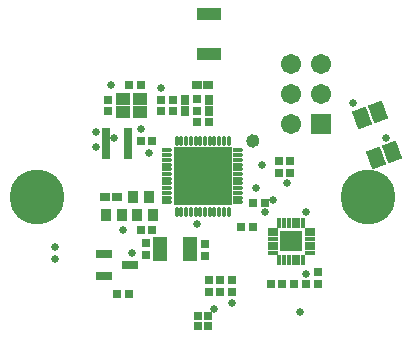
<source format=gbr>
%TF.GenerationSoftware,Altium Limited,Altium Designer,18.0.11 (651)*%
G04 Layer_Color=8388736*
%FSLAX43Y43*%
%MOMM*%
%TF.FileFunction,Soldermask,Top*%
%TF.Part,Single*%
G01*
G75*
%TA.AperFunction,ComponentPad*%
%ADD48C,4.648*%
%ADD49R,1.703X1.703*%
%ADD50C,1.703*%
%TA.AperFunction,ViaPad*%
%ADD51C,0.653*%
%ADD52C,0.863*%
%TA.AperFunction,NonConductor*%
%ADD59C,0.610*%
%TA.AperFunction,SMDPad,CuDef*%
G04:AMPARAMS|DCode=60|XSize=1.603mm|YSize=1.253mm|CornerRadius=0mm|HoleSize=0mm|Usage=FLASHONLY|Rotation=110.000|XOffset=0mm|YOffset=0mm|HoleType=Round|Shape=Rectangle|*
%AMROTATEDRECTD60*
4,1,4,0.863,-0.539,-0.315,-0.968,-0.863,0.539,0.315,0.968,0.863,-0.539,0.0*
%
%ADD60ROTATEDRECTD60*%

%ADD61R,4.903X4.903*%
%ADD62O,0.853X0.403*%
%ADD63O,0.403X0.853*%
%ADD64R,0.803X0.703*%
%ADD65R,0.803X0.753*%
%TA.AperFunction,BGAPad,CuDef*%
%ADD66R,0.653X0.653*%
%TA.AperFunction,SMDPad,CuDef*%
%ADD67R,1.153X1.053*%
%ADD68R,0.703X0.803*%
%ADD69R,0.853X0.703*%
%ADD70R,0.703X0.853*%
%ADD71C,0.403*%
%ADD72R,0.953X1.003*%
%ADD73R,1.203X2.003*%
%ADD74R,1.353X0.803*%
%ADD75R,0.753X0.803*%
%ADD76R,0.653X0.653*%
%ADD77R,1.903X1.743*%
%ADD78O,0.403X0.903*%
%ADD79O,0.903X0.403*%
%TA.AperFunction,ConnectorPad*%
%ADD80R,2.053X1.003*%
D48*
X14000Y0D02*
D03*
X-14000D02*
D03*
D49*
X10000Y6210D02*
D03*
D50*
X10000Y8750D02*
D03*
Y11290D02*
D03*
X7460Y6210D02*
D03*
X7460Y8750D02*
D03*
X7460Y11290D02*
D03*
D51*
X-500Y-2250D02*
D03*
X-5250Y5750D02*
D03*
X-6750Y-2750D02*
D03*
X-6000Y-4750D02*
D03*
X8250Y-9750D02*
D03*
X-7750Y9500D02*
D03*
X-3500Y9250D02*
D03*
X5250Y-1250D02*
D03*
X8750D02*
D03*
X6000Y-250D02*
D03*
X4500Y750D02*
D03*
X8750Y-6500D02*
D03*
X15500Y5000D02*
D03*
X-7500D02*
D03*
X12750Y8000D02*
D03*
X-9000Y5500D02*
D03*
X5000Y2750D02*
D03*
X7151Y1151D02*
D03*
X2500Y-9000D02*
D03*
X1000Y-9500D02*
D03*
X-9000Y4250D02*
D03*
X-4500Y3750D02*
D03*
X-12500Y-4250D02*
D03*
Y-5250D02*
D03*
D52*
X1800Y3550D02*
D03*
Y2350D02*
D03*
Y1150D02*
D03*
Y-50D02*
D03*
X600Y3550D02*
D03*
Y2350D02*
D03*
Y1150D02*
D03*
Y-50D02*
D03*
X-600Y3550D02*
D03*
Y2350D02*
D03*
Y1150D02*
D03*
Y-50D02*
D03*
X-1800Y3550D02*
D03*
Y2350D02*
D03*
Y1150D02*
D03*
Y-50D02*
D03*
D59*
X4529Y4753D02*
G03*
X4529Y4753I-279J0D01*
G01*
D60*
X16047Y3825D02*
D03*
X14684Y3329D02*
D03*
X13453Y6712D02*
D03*
X14816Y7208D02*
D03*
D61*
X0Y1750D02*
D03*
D62*
X-3025Y-450D02*
D03*
Y-50D02*
D03*
Y350D02*
D03*
Y750D02*
D03*
Y1150D02*
D03*
Y1550D02*
D03*
Y1950D02*
D03*
Y2350D02*
D03*
Y2750D02*
D03*
Y3150D02*
D03*
Y3550D02*
D03*
Y3950D02*
D03*
X3025D02*
D03*
Y3550D02*
D03*
Y3150D02*
D03*
Y2750D02*
D03*
Y2350D02*
D03*
Y1950D02*
D03*
Y1550D02*
D03*
Y1150D02*
D03*
Y750D02*
D03*
Y350D02*
D03*
Y-50D02*
D03*
Y-450D02*
D03*
D63*
X-2200Y4775D02*
D03*
X-1800D02*
D03*
X-1400D02*
D03*
X-1000D02*
D03*
X-600D02*
D03*
X-200D02*
D03*
X200D02*
D03*
X600D02*
D03*
X1000D02*
D03*
X1400D02*
D03*
X1800D02*
D03*
X2200D02*
D03*
Y-1275D02*
D03*
X1800D02*
D03*
X1400D02*
D03*
X1000D02*
D03*
X600D02*
D03*
X200D02*
D03*
X-200D02*
D03*
X-600D02*
D03*
X-1000D02*
D03*
X-1400D02*
D03*
X-1800D02*
D03*
X-2200D02*
D03*
D64*
X4250Y-500D02*
D03*
X5250D02*
D03*
X-4250Y4750D02*
D03*
X-5250D02*
D03*
Y9500D02*
D03*
X-6250D02*
D03*
X-4250Y-2750D02*
D03*
X-5250D02*
D03*
X8750Y-7402D02*
D03*
X7750D02*
D03*
X6750D02*
D03*
X5750D02*
D03*
X500Y6377D02*
D03*
X-500D02*
D03*
D65*
X3250Y-2500D02*
D03*
X4250D02*
D03*
X-7250Y-8250D02*
D03*
X-6250D02*
D03*
D66*
X-6310Y3525D02*
D03*
Y4175D02*
D03*
Y4825D02*
D03*
Y5475D02*
D03*
X-8190Y3525D02*
D03*
Y4175D02*
D03*
Y4825D02*
D03*
Y5475D02*
D03*
D67*
X-6725Y7175D02*
D03*
Y8325D02*
D03*
X-5275D02*
D03*
Y7175D02*
D03*
D68*
X-8000Y7250D02*
D03*
Y8250D02*
D03*
X-500Y7279D02*
D03*
Y8279D02*
D03*
X-2500Y8250D02*
D03*
Y7250D02*
D03*
X-3500Y7250D02*
D03*
Y8250D02*
D03*
X-4823Y-3877D02*
D03*
Y-4877D02*
D03*
X177Y-4000D02*
D03*
Y-5000D02*
D03*
X9750Y-7351D02*
D03*
Y-6351D02*
D03*
D69*
X475Y9500D02*
D03*
X-475D02*
D03*
X-8225Y0D02*
D03*
X-7275D02*
D03*
D70*
X-1500Y8225D02*
D03*
Y7275D02*
D03*
X500Y8254D02*
D03*
Y7304D02*
D03*
D71*
X4250Y5062D02*
D03*
Y4438D02*
D03*
D72*
X-5925Y0D02*
D03*
X-4575D02*
D03*
X-4226Y-1500D02*
D03*
X-5576D02*
D03*
X-6825D02*
D03*
X-8175D02*
D03*
D73*
X-3573Y-4402D02*
D03*
X-1073D02*
D03*
D74*
X-8375Y-4800D02*
D03*
Y-6700D02*
D03*
X-6125Y-5750D02*
D03*
D75*
X500Y-7000D02*
D03*
Y-8000D02*
D03*
X1500Y-7000D02*
D03*
Y-8000D02*
D03*
X2500Y-7000D02*
D03*
Y-8000D02*
D03*
X7403Y3069D02*
D03*
Y2069D02*
D03*
X6500Y3069D02*
D03*
Y2069D02*
D03*
D76*
X425Y-10075D02*
D03*
Y-10925D02*
D03*
X-425D02*
D03*
Y-10075D02*
D03*
D77*
X7500Y-3750D02*
D03*
D78*
X6500Y-2200D02*
D03*
X6900D02*
D03*
X7300D02*
D03*
X7700D02*
D03*
X8100D02*
D03*
X8500D02*
D03*
Y-5300D02*
D03*
X8100D02*
D03*
X7700D02*
D03*
X7300D02*
D03*
X6900D02*
D03*
X6500D02*
D03*
D79*
X9050Y-2750D02*
D03*
Y-3150D02*
D03*
Y-3550D02*
D03*
Y-3950D02*
D03*
Y-4350D02*
D03*
Y-4750D02*
D03*
X5950D02*
D03*
Y-4350D02*
D03*
Y-3950D02*
D03*
Y-3550D02*
D03*
Y-3150D02*
D03*
Y-2750D02*
D03*
D80*
X500Y15500D02*
D03*
Y12100D02*
D03*
%TF.MD5,56f9497de8785a147db5bd02a35636d9*%
M02*

</source>
